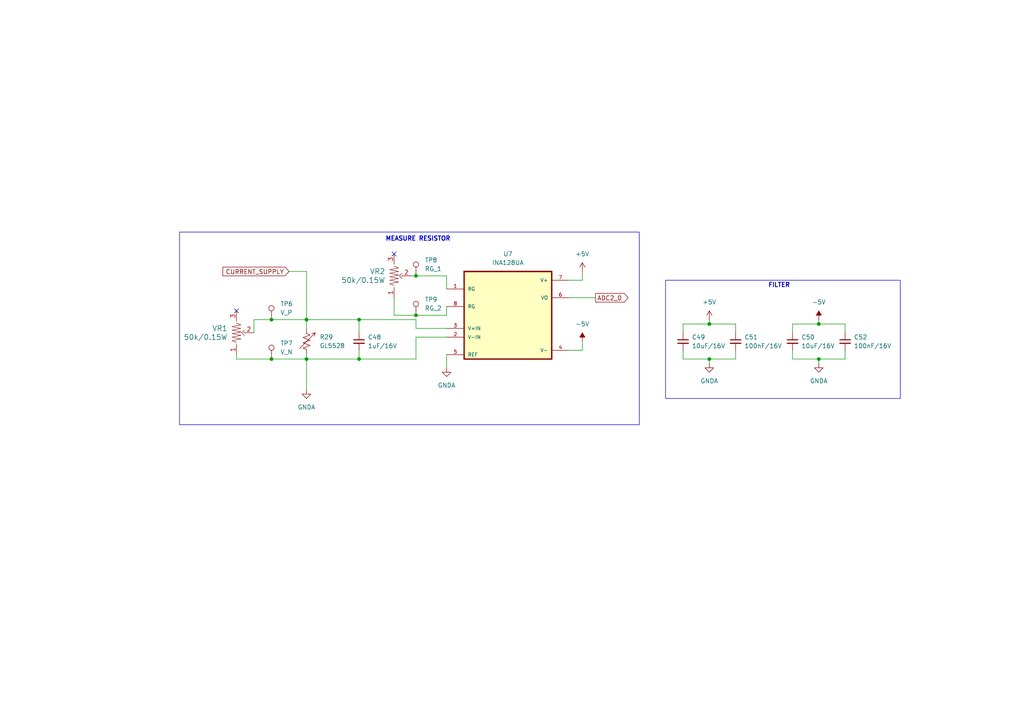
<source format=kicad_sch>
(kicad_sch (version 20231120) (generator "eeschema") (generator_version "8.0")
  (paper "A4")
  (title_block (title "MEASURE") (date "2024-03-08"))
  (lib_symbols
    (symbol "Connector:TestPoint" (pin_numbers hide) (pin_names (offset 0.762) hide)
      (property "Reference" "TP" (at 0 6.858 0))
      (property "Value" "TestPoint" (at 0 5.08 0))
      (symbol "TestPoint_0_1"
        (circle (center 0 3.302) (radius 0.762))
      )
      (symbol "TestPoint_1_1"
        (pin passive line (at 0 0 90) (length 2.54) (name "1") (number "1"))
      )
    )
    (symbol "Device:C_Small" (pin_numbers hide) (pin_names (offset 0.254) hide)
      (property "Reference" "C" (at 0.254 1.778 0))
      (property "Value" "C_Small" (at 0.254 -2.032 0))
      (symbol "C_Small_0_1"
        (polyline (pts (xy -1.524 -0.508) (xy 1.524 -0.508)) (stroke (width 0.3302)))
        (polyline (pts (xy -1.524 0.508) (xy 1.524 0.508)) (stroke (width 0.3048)))
      )
      (symbol "C_Small_1_1"
        (pin passive line (at 0 2.54 270) (length 2.032) (name "~") (number "1"))
        (pin passive line (at 0 -2.54 90) (length 2.032) (name "~") (number "2"))
      )
    )
    (symbol "Device:R_Variable_US" (pin_numbers hide) (pin_names (offset 0))
      (property "Reference" "R" (at 2.54 -2.54 90))
      (property "Value" "R_Variable_US" (at -2.54 -1.27 90))
      (symbol "R_Variable_US_0_1"
        (polyline (pts (xy 0 -2.286) (xy 0 -2.54)))
        (polyline (pts (xy 0 2.286) (xy 0 2.54)))
        (polyline (pts (xy 0 -0.762) (xy 1.016 -1.143) (xy 0 -1.524) (xy -1.016 -1.905) (xy 0 -2.286)))
        (polyline (pts (xy 0 0.762) (xy 1.016 0.381) (xy 0 0) (xy -1.016 -0.381) (xy 0 -0.762)))
        (polyline (pts (xy 0 2.286) (xy 1.016 1.905) (xy 0 1.524) (xy -1.016 1.143) (xy 0 0.762)) (stroke (width 0.1524)))
        (polyline (pts (xy 2.286 1.524) (xy 2.54 2.54) (xy 1.524 2.286) (xy 2.54 2.54) (xy -2.032 -2.032)) (stroke (width 0.1524)))
      )
      (symbol "R_Variable_US_1_1"
        (pin passive line (at 0 3.81 270) (length 1.27) (name "~") (number "1"))
        (pin passive line (at 0 -3.81 90) (length 1.27) (name "~") (number "2"))
      )
    )
    (symbol "EVM_3E:EVM-3E" (pin_names (offset 0.254))
      (property "Reference" "VR" (at 20.1422 6.604 0))
      (property "Value" "EVM-3E" (at 20.1422 4.064 0))
      (symbol "EVM-3E_0_1"
        (polyline (pts (xy 17.526 0) (xy 18.034 1.27)) (stroke (width 0.127)))
        (polyline (pts (xy 18.034 1.27) (xy 18.542 -1.27)) (stroke (width 0.127)))
        (polyline (pts (xy 18.542 -1.27) (xy 19.05 1.27)) (stroke (width 0.127)))
        (polyline (pts (xy 19.05 1.27) (xy 19.558 -1.27)) (stroke (width 0.127)))
        (polyline (pts (xy 19.558 -1.27) (xy 20.066 1.27)) (stroke (width 0.127)))
        (polyline (pts (xy 20.066 1.27) (xy 20.574 -1.27)) (stroke (width 0.127)))
        (polyline (pts (xy 20.32 -1.524) (xy 19.558 -2.286)) (stroke (width 0.127)))
        (polyline (pts (xy 20.32 -1.524) (xy 21.082 -2.286)) (stroke (width 0.127)))
        (polyline (pts (xy 20.574 -1.27) (xy 21.082 1.27)) (stroke (width 0.127)))
        (polyline (pts (xy 21.082 1.27) (xy 21.59 -1.27)) (stroke (width 0.127)))
        (polyline (pts (xy 21.59 -1.27) (xy 22.098 1.27)) (stroke (width 0.127)))
        (polyline (pts (xy 22.098 1.27) (xy 22.606 -1.27)) (stroke (width 0.127)))
        (polyline (pts (xy 22.606 -1.27) (xy 23.114 0)) (stroke (width 0.127)))
      )
      (symbol "EVM-3E_1_1"
        (pin passive line (at 13.97 0 0) (length 3) (name "") (number "1"))
        (pin passive line (at 20.32 -5.08 90) (length 3) (name "") (number "2"))
        (pin passive line (at 26.67 0 180) (length 3) (name "") (number "3"))
      )
    )
    (symbol "INA128UA:INA128UA" (pin_names (offset 1.016))
      (property "Reference" "U" (at -12.7 13.7 0))
      (property "Value" "INA128UA" (at -12.7 -16.7 0))
      (symbol "INA128UA_0_0"
        (rectangle (start -12.7 -12.7) (end 12.7 12.7) (stroke (width 0.41)) (fill (type background)))
      )
      (symbol "INA128UA_1_0"
        (pin power_in line (at 17.78 -10.16 180) (length 5.08) (name "V-") (number "4"))
      )
      (symbol "INA128UA_1_1"
        (pin passive line (at -17.78 7.62 0) (length 5.08) (name "RG") (number "1"))
        (pin input line (at -17.78 -6.35 0) (length 5.08) (name "V-IN") (number "2"))
        (pin input line (at -17.78 -3.81 0) (length 5.08) (name "V+IN") (number "3"))
        (pin input line (at -17.78 -11.43 0) (length 5.08) (name "REF") (number "5"))
        (pin output line (at 17.78 5.08 180) (length 5.08) (name "VO") (number "6"))
        (pin power_in line (at 17.78 10.16 180) (length 5.08) (name "V+") (number "7"))
        (pin passive line (at -17.78 2.54 0) (length 5.08) (name "RG") (number "8"))
      )
    )
    (symbol "power:+5V" (power) (pin_names (offset 0))
      (property "Value" "+5V" (at 0 3.556 0))
      (symbol "+5V_0_1"
        (polyline (pts (xy -0.762 1.27) (xy 0 2.54)))
        (polyline (pts (xy 0 0) (xy 0 2.54)))
        (polyline (pts (xy 0 2.54) (xy 0.762 1.27)))
      )
      (symbol "+5V_1_1"
        (pin power_in line (at 0 0 90) (length 0) hide (name "+5V") (number "1"))
      )
    )
    (symbol "power:-5V" (power) (pin_names (offset 0))
      (property "Value" "-5V" (at 0 3.81 0))
      (symbol "-5V_0_0"
        (pin power_in line (at 0 0 90) (length 0) hide (name "-5V") (number "1"))
      )
      (symbol "-5V_0_1"
        (polyline (pts (xy 0 0) (xy 0 1.27) (xy 0.762 1.27) (xy 0 2.54) (xy -0.762 1.27) (xy 0 1.27)) (fill (type outline)))
      )
    )
    (symbol "power:GNDA" (power) (pin_names (offset 0))
      (property "Value" "GNDA" (at 0 -3.81 0))
      (symbol "GNDA_0_1"
        (polyline (pts (xy 0 0) (xy 0 -1.27) (xy 1.27 -1.27) (xy 0 -2.54) (xy -1.27 -1.27) (xy 0 -1.27)))
      )
      (symbol "GNDA_1_1"
        (pin power_in line (at 0 0 270) (length 0) hide (name "GNDA") (number "1"))
      )
    )
  )
  (junction (at 205.74 104.14))
  (junction (at 237.49 93.98))
  (junction (at 120.65 80.01))
  (junction (at 78.74 104.14))
  (junction (at 205.74 93.98))
  (junction (at 88.9 92.71))
  (junction (at 237.49 104.14))
  (junction (at 120.65 91.44))
  (junction (at 104.14 92.71))
  (junction (at 88.9 104.14))
  (junction (at 78.74 92.71))
  (junction (at 104.14 104.14))
  (no_connect (at 114.3 73.66))
  (no_connect (at 68.58 90.17))
  (wire (pts (xy 88.9 92.71) (xy 104.14 92.71)))
  (wire (pts (xy 205.74 92.71) (xy 205.74 93.98)))
  (wire (pts (xy 120.65 97.79) (xy 129.54 97.79)))
  (wire (pts (xy 120.65 92.71) (xy 120.65 95.25)))
  (wire (pts (xy 88.9 104.14) (xy 88.9 102.87)))
  (wire (pts (xy 83.82 78.74) (xy 88.9 78.74)))
  (wire (pts (xy 237.49 93.98) (xy 245.11 93.98)))
  (wire (pts (xy 104.14 101.6) (xy 104.14 104.14)))
  (wire (pts (xy 78.74 92.71) (xy 88.9 92.71)))
  (wire (pts (xy 198.12 93.98) (xy 198.12 96.52)))
  (wire (pts (xy 205.74 93.98) (xy 213.36 93.98)))
  (wire (pts (xy 168.91 81.28) (xy 168.91 78.74)))
  (wire (pts (xy 68.58 102.87) (xy 68.58 104.14)))
  (wire (pts (xy 68.58 104.14) (xy 78.74 104.14)))
  (wire (pts (xy 88.9 104.14) (xy 104.14 104.14)))
  (wire (pts (xy 237.49 104.14) (xy 237.49 105.41)))
  (wire (pts (xy 73.66 92.71) (xy 73.66 96.52)))
  (wire (pts (xy 129.54 80.01) (xy 129.54 83.82)))
  (wire (pts (xy 104.14 92.71) (xy 120.65 92.71)))
  (wire (pts (xy 120.65 91.44) (xy 129.54 91.44)))
  (wire (pts (xy 168.91 101.6) (xy 168.91 99.06)))
  (wire (pts (xy 129.54 91.44) (xy 129.54 88.9)))
  (wire (pts (xy 168.91 101.6) (xy 165.1 101.6)))
  (wire (pts (xy 245.11 104.14) (xy 245.11 101.6)))
  (wire (pts (xy 104.14 96.52) (xy 104.14 92.71)))
  (wire (pts (xy 237.49 104.14) (xy 245.11 104.14)))
  (wire (pts (xy 88.9 78.74) (xy 88.9 92.71)))
  (wire (pts (xy 198.12 101.6) (xy 198.12 104.14)))
  (wire (pts (xy 165.1 81.28) (xy 168.91 81.28)))
  (wire (pts (xy 88.9 92.71) (xy 88.9 95.25)))
  (wire (pts (xy 120.65 80.01) (xy 129.54 80.01)))
  (wire (pts (xy 88.9 113.03) (xy 88.9 104.14)))
  (wire (pts (xy 205.74 93.98) (xy 198.12 93.98)))
  (wire (pts (xy 229.87 104.14) (xy 237.49 104.14)))
  (wire (pts (xy 78.74 104.14) (xy 88.9 104.14)))
  (wire (pts (xy 205.74 104.14) (xy 213.36 104.14)))
  (wire (pts (xy 114.3 91.44) (xy 120.65 91.44)))
  (wire (pts (xy 229.87 93.98) (xy 237.49 93.98)))
  (wire (pts (xy 120.65 104.14) (xy 120.65 97.79)))
  (wire (pts (xy 213.36 96.52) (xy 213.36 93.98)))
  (wire (pts (xy 198.12 104.14) (xy 205.74 104.14)))
  (wire (pts (xy 104.14 104.14) (xy 120.65 104.14)))
  (wire (pts (xy 73.66 92.71) (xy 78.74 92.71)))
  (wire (pts (xy 237.49 92.71) (xy 237.49 93.98)))
  (wire (pts (xy 213.36 104.14) (xy 213.36 101.6)))
  (wire (pts (xy 245.11 93.98) (xy 245.11 96.52)))
  (wire (pts (xy 119.38 80.01) (xy 120.65 80.01)))
  (wire (pts (xy 120.65 95.25) (xy 129.54 95.25)))
  (wire (pts (xy 114.3 91.44) (xy 114.3 86.36)))
  (wire (pts (xy 229.87 101.6) (xy 229.87 104.14)))
  (wire (pts (xy 172.72 86.36) (xy 165.1 86.36)))
  (wire (pts (xy 205.74 104.14) (xy 205.74 105.41)))
  (wire (pts (xy 129.54 106.68) (xy 129.54 102.87)))
  (wire (pts (xy 229.87 96.52) (xy 229.87 93.98)))
  (rectangle (start 52.07 67.31) (end 185.42 123.19))
  (rectangle (start 193.04 81.28) (end 261.112 115.57))
  (text "MEASURE RESISTOR" (at 111.76 70.104 0) (effects (font (size 1.27 1.27) (thickness 0.254) (bold yes)) (justify left bottom)))
  (text "FILTER" (at 222.758 83.566 0) (effects (font (size 1.27 1.27) (thickness 0.254) (bold yes)) (justify left bottom)))
  (global_label "ADC2_0" (shape output) (at 172.72 86.36 0) (property "Intersheetrefs" "${INTERSHEET_REFS}" (effects (hide yes))))
  (global_label "CURRENT_SUPPLY" (shape input) (at 83.82 78.74 180) (property "Intersheetrefs" "${INTERSHEET_REFS}" (effects (hide yes))))
  (symbol (lib_id "INA128UA:INA128UA") (at 147.32 91.44 0) (unit 1)
    (property "Reference" "U7" (at 147.32 73.66 0))
    (property "Value" "INA128UA" (at 147.32 76.2 0))
    (property "Footprint" "INA128UA:SOIC127P599X175-8N" (effects (hide yes)))
  )
  (symbol (lib_id "Device:C_Small") (at 229.87 99.06 0) (unit 1)
    (property "Reference" "C50" (at 232.41 97.7963 0) (effects (justify left)))
    (property "Value" "10uF/16V" (at 232.41 100.3363 0) (effects (justify left)))
    (property "Footprint" "Capacitor_SMD:C_0603_1608Metric_Pad1.08x0.95mm_HandSolder" (effects (hide yes)))
    (property "URL" "https://www.thegioiic.com/tu-gom-0603-10uf-16v" (effects (hide yes)))
  )
  (symbol (lib_id "Connector:TestPoint") (at 78.74 92.71 0) (unit 1)
    (property "Reference" "TP6" (at 81.28 88.138 0) (effects (justify left)))
    (property "Value" "V_P" (at 81.28 90.678 0) (effects (justify left)))
    (property "Footprint" "TestPoint:TestPoint_Pad_D2.5mm" (effects (hide yes)))
  )
  (symbol (lib_id "power:+5V") (at 205.74 92.71 0) (unit 1)
    (property "Reference" "#PWR071" (effects (hide yes)))
    (property "Value" "+5V" (at 205.74 87.63 0))
  )
  (symbol (lib_id "power:-5V") (at 168.91 99.06 0) (unit 1)
    (property "Reference" "#PWR070" (effects (hide yes)))
    (property "Value" "-5V" (at 168.91 93.98 0))
  )
  (symbol (lib_id "Connector:TestPoint") (at 120.65 91.44 0) (unit 1)
    (property "Reference" "TP9" (at 123.19 86.868 0) (effects (justify left)))
    (property "Value" "RG_2" (at 123.19 89.408 0) (effects (justify left)))
    (property "Footprint" "TestPoint:TestPoint_Pad_D2.5mm" (effects (hide yes)))
  )
  (symbol (lib_id "Device:C_Small") (at 104.14 99.06 0) (unit 1)
    (property "Reference" "C48" (at 106.68 97.7963 0) (effects (justify left)))
    (property "Value" "1uF/16V" (at 106.68 100.3363 0) (effects (justify left)))
    (property "Footprint" "Capacitor_SMD:C_0603_1608Metric_Pad1.08x0.95mm_HandSolder" (effects (hide yes)))
    (property "URL" "https://www.thegioiic.com/tu-gom-0603-1uf-16v" (effects (hide yes)))
  )
  (symbol (lib_id "Device:C_Small") (at 198.12 99.06 0) (unit 1)
    (property "Reference" "C49" (at 200.66 97.7963 0) (effects (justify left)))
    (property "Value" "10uF/16V" (at 200.66 100.3363 0) (effects (justify left)))
    (property "Footprint" "Capacitor_SMD:C_0603_1608Metric_Pad1.08x0.95mm_HandSolder" (effects (hide yes)))
    (property "URL" "https://www.thegioiic.com/tu-gom-0603-10uf-16v" (effects (hide yes)))
  )
  (symbol (lib_id "Connector:TestPoint") (at 78.74 104.14 0) (unit 1)
    (property "Reference" "TP7" (at 81.28 99.568 0) (effects (justify left)))
    (property "Value" "V_N" (at 81.28 102.108 0) (effects (justify left)))
    (property "Footprint" "TestPoint:TestPoint_Pad_D2.5mm" (effects (hide yes)))
  )
  (symbol (lib_id "power:GNDA") (at 129.54 106.68 0) (unit 1)
    (property "Reference" "#PWR068" (effects (hide yes)))
    (property "Value" "GNDA" (at 129.54 111.76 0))
  )
  (symbol (lib_id "EVM_3E:EVM-3E") (at 114.3 100.33 90) (unit 1)
    (property "Reference" "VR2" (at 111.76 78.74 90) (effects (font (size 1.524 1.524)) (justify left)))
    (property "Value" "50k/0.15W" (at 111.76 81.28 90) (effects (font (size 1.524 1.524)) (justify left)))
    (property "Footprint" "footprints:EVM-3E" (effects (hide yes)))
    (property "Datasheet" "EVM-3ESX50B14" (effects (hide yes)))
    (property "URL" "https://www.thegioiic.com/evm3e-503-bien-tro-50-kohm-nut-ao-smd-0-15w" (effects (hide yes)))
  )
  (symbol (lib_id "power:GNDA") (at 88.9 113.03 0) (unit 1)
    (property "Reference" "#PWR067" (effects (hide yes)))
    (property "Value" "GNDA" (at 88.9 118.11 0))
  )
  (symbol (lib_id "Connector:TestPoint") (at 120.65 80.01 0) (unit 1)
    (property "Reference" "TP8" (at 123.19 75.438 0) (effects (justify left)))
    (property "Value" "RG_1" (at 123.19 77.978 0) (effects (justify left)))
    (property "Footprint" "TestPoint:TestPoint_Pad_D2.5mm" (effects (hide yes)))
  )
  (symbol (lib_id "Device:C_Small") (at 245.11 99.06 0) (unit 1)
    (property "Reference" "C52" (at 247.65 97.7963 0) (effects (justify left)))
    (property "Value" "100nF/16V" (at 247.65 100.3363 0) (effects (justify left)))
    (property "Footprint" "Capacitor_SMD:C_0603_1608Metric_Pad1.08x0.95mm_HandSolder" (effects (hide yes)))
    (property "URL" "https://www.thegioiic.com/tu-gom-0603-100nf-0-1uf-16v" (effects (hide yes)))
  )
  (symbol (lib_id "power:GNDA") (at 237.49 105.41 0) (unit 1)
    (property "Reference" "#PWR074" (effects (hide yes)))
    (property "Value" "GNDA" (at 237.49 110.49 0))
  )
  (symbol (lib_id "EVM_3E:EVM-3E") (at 68.58 116.84 90) (unit 1)
    (property "Reference" "VR1" (at 66.04 95.25 90) (effects (font (size 1.524 1.524)) (justify left)))
    (property "Value" "50k/0.15W" (at 66.04 97.79 90) (effects (font (size 1.524 1.524)) (justify left)))
    (property "Footprint" "footprints:EVM-3E" (effects (hide yes)))
    (property "Datasheet" "EVM-3ESX50B14" (effects (hide yes)))
    (property "URL" "https://www.thegioiic.com/evm3e-503-bien-tro-50-kohm-nut-ao-smd-0-15w" (effects (hide yes)))
  )
  (symbol (lib_id "power:GNDA") (at 205.74 105.41 0) (unit 1)
    (property "Reference" "#PWR072" (effects (hide yes)))
    (property "Value" "GNDA" (at 205.74 110.49 0))
  )
  (symbol (lib_id "power:-5V") (at 237.49 92.71 0) (unit 1)
    (property "Reference" "#PWR073" (effects (hide yes)))
    (property "Value" "-5V" (at 237.49 87.63 0))
  )
  (symbol (lib_id "Device:R_Variable_US") (at 88.9 99.06 0) (unit 1)
    (property "Reference" "R29" (at 92.71 97.7519 0) (effects (justify left)))
    (property "Value" "GL5528 " (at 92.71 100.2919 0) (effects (justify left)))
    (property "Footprint" "OptoDevice:R_LDR_5.0x4.1mm_P3mm_Vertical" (effects (hide yes)))
    (property "URL" "https://www.thegioiic.com/gl5528-quang-tro-5mm" (effects (hide yes)))
  )
  (symbol (lib_id "power:+5V") (at 168.91 78.74 0) (unit 1)
    (property "Reference" "#PWR069" (effects (hide yes)))
    (property "Value" "+5V" (at 168.91 73.66 0))
  )
  (symbol (lib_id "Device:C_Small") (at 213.36 99.06 0) (unit 1)
    (property "Reference" "C51" (at 215.9 97.7963 0) (effects (justify left)))
    (property "Value" "100nF/16V" (at 215.9 100.3363 0) (effects (justify left)))
    (property "Footprint" "Capacitor_SMD:C_0603_1608Metric_Pad1.08x0.95mm_HandSolder" (effects (hide yes)))
    (property "URL" "https://www.thegioiic.com/tu-gom-0603-100nf-0-1uf-16v" (effects (hide yes)))
  )
)
</source>
